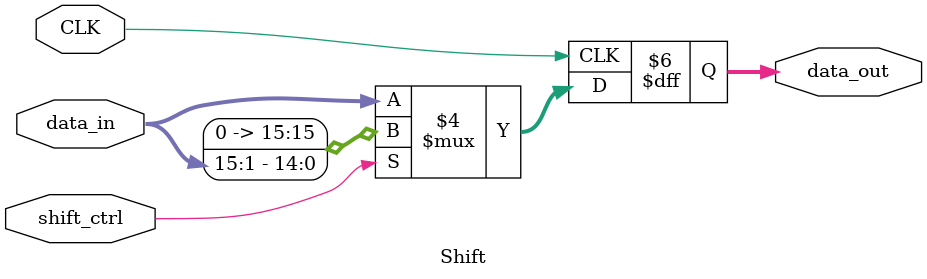
<source format=v>
module Shift (
    input [15:0] data_in,    // Dữ liệu đầu vào
    input shift_ctrl,        // Tín hiệu điều khiển dịch (1: dịch, 0: giữ nguyên)
    input CLK,               // Xung clock
    output reg [15:0] data_out // Dữ liệu đầu ra
);

    always @(posedge CLK) begin
        if (shift_ctrl) begin
            data_out <= data_in >> 1; // Thực hiện dịch phải 1 bit
        end else begin
            data_out <= data_in; // Giữ nguyên dữ liệu
        end
    end

endmodule

</source>
